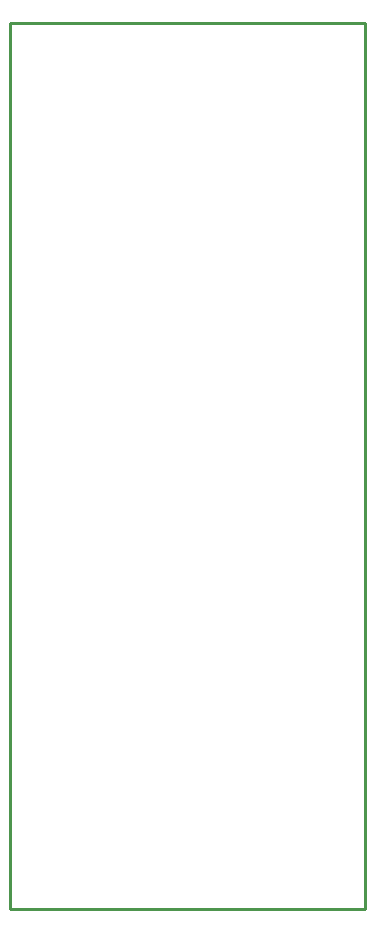
<source format=gbr>
G04 EAGLE Gerber RS-274X export*
G75*
%MOMM*%
%FSLAX34Y34*%
%LPD*%
%IN*%
%IPPOS*%
%AMOC8*
5,1,8,0,0,1.08239X$1,22.5*%
G01*
G04 Define Apertures*
%ADD10C,0.254000*%
D10*
X0Y0D02*
X300000Y0D01*
X300000Y750000D01*
X0Y750000D01*
X0Y0D01*
M02*

</source>
